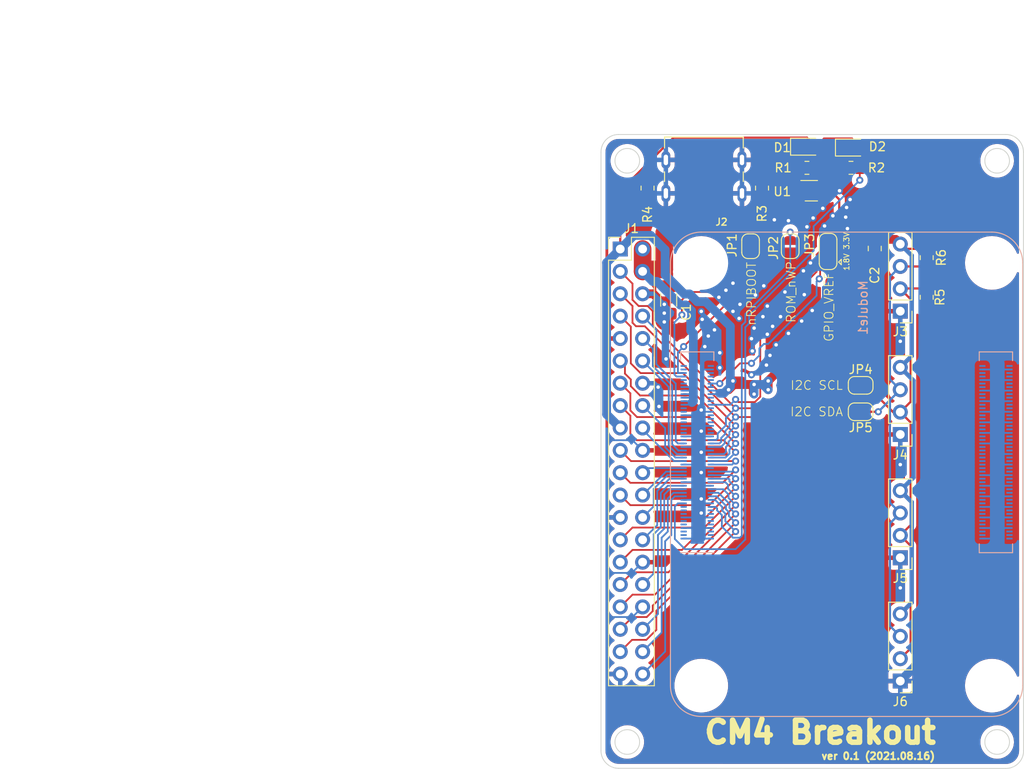
<source format=kicad_pcb>
(kicad_pcb (version 20210606) (generator pcbnew)
  (layers (0 "F.Cu" signal) (31 "B.Cu" signal) (34 "B.Paste" user) (35 "F.Paste" user) (36 "B.SilkS" user "B.Silkscreen") (37 "F.SilkS" user "F.Silkscreen") (38 "B.Mask" user) (39 "F.Mask" user) (44 "Edge.Cuts" user))
  (net 0 "")
  (net 1 "Net-(D1-Pad1)")
  (net 2 "+3V3")
  (net 3 "Net-(D2-Pad1)")
  (net 4 "+5V")
  (net 5 "PIN_03")
  (net 6 "PIN_05")
  (net 7 "GND")
  (net 8 "PIN_07")
  (net 9 "PIN_08")
  (net 10 "PIN_10")
  (net 11 "PIN_11")
  (net 12 "PIN_12")
  (net 13 "PIN_13")
  (net 14 "PIN_15")
  (net 15 "PIN_16")
  (net 16 "PIN_18")
  (net 17 "PIN_19")
  (net 18 "PIN_21")
  (net 19 "PIN_22")
  (net 20 "PIN_23")
  (net 21 "PIN_24")
  (net 22 "PIN_26")
  (net 23 "PIN_27")
  (net 24 "PIN_28")
  (net 25 "PIN_29")
  (net 26 "PIN_31")
  (net 27 "PIN_32")
  (net 28 "PIN_33")
  (net 29 "PIN_35")
  (net 30 "PIN_36")
  (net 31 "PIN_37")
  (net 32 "PIN_38")
  (net 33 "PIN_40")
  (net 34 "ROM_nWP")
  (net 35 "nRPIBOOT")
  (net 36 "GPIO_VREF")
  (net 37 "Net-(R1-Pad2)")
  (net 38 "nLED_ACT")
  (net 39 "nLED_PWR")
  (net 68 "+1V8")
  (net 146 "Net-(J2-PadB5)")
  (net 147 "Net-(J2-PadA5)")
  (net 148 "Net-(J3-Pad2)")
  (net 149 "Net-(J3-Pad3)")
  (footprint "Resistor_SMD:R_0805_2012Metric_Pad1.20x1.40mm_HandSolder" (layer "F.Cu") (at 213.9 49.3)
    (fp_text reference "R1")
    (fp_text value "1k")
  )
  (footprint "Resistor_SMD:R_0805_2012Metric_Pad1.20x1.40mm_HandSolder" (layer "F.Cu") (at 218.9 49.3)
    (fp_text reference "R2")
    (fp_text value "1k")
  )
  (footprint "Connector_PinHeader_2.54mm:PinHeader_1x04_P2.54mm_Vertical" (layer "F.Cu") (at 224.5 65.58 180)
    (fp_text reference "J3")
    (fp_text value "Conn_01x04_Female")
  )
  (footprint "Connector_PinHeader_2.54mm:PinHeader_1x04_P2.54mm_Vertical" (layer "F.Cu") (at 224.5 107.58 180)
    (fp_text reference "J6")
    (fp_text value "Conn_01x04_Female")
  )
  (footprint "Package_TO_SOT_SMD:SOT-353_SC-70-5_Handsoldering" (layer "F.Cu") (at 214.4 51.9)
    (fp_text reference "U1")
    (fp_text value "74LVC1G07")
  )
  (footprint "Capacitor_SMD:C_0805_2012Metric_Pad1.18x1.45mm_HandSolder" (layer "F.Cu") (at 221.6 58.4625 -90)
    (fp_text reference "C2")
    (fp_text value "1u")
  )
  (footprint "CMIO:CUI_UJC-HP-3-SMT-TR" (layer "F.Cu") (at 202.2 52.2 180)
    (fp_text reference "J2")
    (fp_text value "UJC-HP-3-SMT-TR")
  )
  (footprint "Jumper:SolderJumper-2_P1.3mm_Open_RoundedPad1.0x1.5mm" (layer "F.Cu") (at 220 77 180)
    (fp_text reference "JP5")
    (fp_text value "SolderJumper_2_Open")
  )
  (footprint "Connector_PinHeader_2.54mm:PinHeader_2x20_P2.54mm_Vertical" (layer "F.Cu") (at 192.7 58.52)
    (fp_text reference "J1")
    (fp_text value "RPi_pin")
  )
  (footprint "Resistor_SMD:R_0805_2012Metric_Pad1.20x1.40mm_HandSolder" (layer "F.Cu") (at 208.8 51.6 -90)
    (fp_text reference "R3")
    (fp_text value "5.1k")
  )
  (footprint "Jumper:SolderJumper-2_P1.3mm_Open_RoundedPad1.0x1.5mm" (layer "F.Cu") (at 220 74)
    (fp_text reference "JP4")
    (fp_text value "SolderJumper_2_Open")
  )
  (footprint "LED_SMD:LED_0805_2012Metric_Pad1.15x1.40mm_HandSolder" (layer "F.Cu") (at 219 47)
    (fp_text reference "D2")
    (fp_text value "GREEN LED")
  )
  (footprint "Connector_PinHeader_2.54mm:PinHeader_1x04_P2.54mm_Vertical" (layer "F.Cu") (at 224.5 79.58 180)
    (fp_text reference "J4")
    (fp_text value "Conn_01x04_Female")
  )
  (footprint "Jumper:SolderJumper-3_P1.3mm_Open_RoundedPad1.0x1.5mm" (layer "F.Cu") (at 216.3 58.8 90)
    (fp_text reference "JP3")
    (fp_text value "SolderJumper_3_Open")
  )
  (footprint "Resistor_SMD:R_0805_2012Metric_Pad1.20x1.40mm_HandSolder" (layer "F.Cu") (at 195.8 51.6 -90)
    (fp_text reference "R4")
    (fp_text value "5.1k")
  )
  (footprint "LED_SMD:LED_0805_2012Metric_Pad1.15x1.40mm_HandSolder" (layer "F.Cu") (at 213.9 46.9)
    (fp_text reference "D1")
    (fp_text value "RED LED")
  )
  (footprint "Connector_PinHeader_2.54mm:PinHeader_1x04_P2.54mm_Vertical" (layer "F.Cu") (at 224.5 93.58 180)
    (fp_text reference "J5")
    (fp_text value "Conn_01x04_Female")
  )
  (footprint "Resistor_SMD:R_0805_2012Metric_Pad1.20x1.40mm_HandSolder" (layer "F.Cu") (at 227.5 64 90)
    (fp_text reference "R5")
    (fp_text value "10k")
  )
  (footprint "Jumper:SolderJumper-2_P1.3mm_Open_RoundedPad1.0x1.5mm" (layer "F.Cu") (at 207.5 58.2 -90)
    (fp_text reference "JP1")
    (fp_text value "SolderJumper_2_Open")
  )
  (footprint "Jumper:SolderJumper-2_P1.3mm_Open_RoundedPad1.0x1.5mm" (layer "F.Cu") (at 212 58.2 -90)
    (fp_text reference "JP2")
    (fp_text value "SolderJumper_2_Open")
  )
  (footprint "Resistor_SMD:R_0805_2012Metric_Pad1.20x1.40mm_HandSolder" (layer "F.Cu") (at 227.5 59.5 -90)
    (fp_text reference "R6")
    (fp_text value "10k")
  )
  (footprint "Capacitor_SMD:C_1206_3216Metric_Pad1.33x1.80mm_HandSolder" (layer "F.Cu") (at 198.2 64.3 -90)
    (fp_text reference "C1")
    (fp_text value "10uF")
  )
  (footprint "CMIO:Raspberry-Pi-4-Compute-Module" (layer "B.Cu") (at 201.9 60.1)
    (fp_text reference "Module1")
    (fp_text value "ComputeModule4-CM4")
  )
  (gr_circle (center 235.5 48.5) (end 236.9 48.5) (layer "Edge.Cuts") (width 0.1) (fill none))
  (gr_line (start 238.485786 47.514214) (end 238.5 115.5) (layer "Edge.Cuts") (width 0.1))
  (gr_circle (center 193.5 114.5) (end 194.9 114.5) (layer "Edge.Cuts") (width 0.1) (fill none))
  (gr_circle (center 235.5 114.5) (end 236.9 114.5) (layer "Edge.Cuts") (width 0.1) (fill none))
  (gr_arc (start 192.514214 115.485786) (end 192.514214 117.485786) (angle 90) (layer "Edge.Cuts") (width 0.1))
  (gr_line (start 192.514214 45.514214) (end 236.485786 45.514214) (layer "Edge.Cuts") (width 0.1))
  (gr_line (start 236.5 117.5) (end 192.514214 117.485786) (layer "Edge.Cuts") (width 0.1))
  (gr_circle (center 193.5 48.5) (end 194.9 48.5) (layer "Edge.Cuts") (width 0.1) (fill none))
  (gr_line (start 190.514214 47.514214) (end 190.514214 115.485786) (layer "Edge.Cuts") (width 0.1))
  (gr_arc (start 236.485786 47.514214) (end 236.485786 45.514214) (angle 90) (layer "Edge.Cuts") (width 0.1))
  (gr_arc (start 236.5 115.5) (end 238.5 115.5) (angle 90) (layer "Edge.Cuts") (width 0.1))
  (gr_arc (start 192.514214 47.514214) (end 190.514214 47.514214) (angle 90) (layer "Edge.Cuts") (width 0.1))
  (gr_text "3.3V" (at 218.4 57.6 90) (layer "F.SilkS") (effects (font (size 0.6 0.6) (thickness 0.1))))
  (gr_text "ver 0.1 (2021.08.16)" (at 222 116.1) (layer "F.SilkS") (effects (font (size 0.8 0.8) (thickness 0.2))))
  (gr_text "GPIO_VREF" (at 216.4 65.1 90) (layer "F.SilkS") (effects (font (size 1 1) (thickness 0.1))))
  (gr_text "I2C SDA" (at 215 77) (layer "F.SilkS") (effects (font (size 1 1) (thickness 0.1))))
  (gr_text "I2C SCL" (at 215 74) (layer "F.SilkS") (effects (font (size 1 1) (thickness 0.1))))
  (gr_text "1.8V" (at 218.4 60 90) (layer "F.SilkS") (effects (font (size 0.6 0.6) (thickness 0.1))))
  (gr_text "CM4 Breakout" (at 215.4 113.4) (layer "F.SilkS") (effects (font (size 2.5 2.5) (thickness 0.625))))
  (gr_text "nRPIBOOT\n" (at 207.6 63.6 90) (layer "F.SilkS") (effects (font (size 1 1) (thickness 0.1))))
  (gr_text "ROM_nWP" (at 212.1 63.4 90) (layer "F.SilkS") (effects (font (size 1 1) (thickness 0.1))))
  (segment (start 212.875 46.9) (end 212.875 49.275) (width 0.25) (layer "F.Cu") (net 1))
  (segment (start 212.875 49.275) (end 212.9 49.3) (width 0.25) (layer "F.Cu") (net 1))
  (segment (start 227.5 58.5) (end 225.04 58.5) (width 0.25) (layer "F.Cu") (net 2))
  (segment (start 216.57548 45.97548) (end 219.00048 45.97548) (width 0.25) (layer "F.Cu") (net 2))
  (segment (start 192.7 51.913953) (end 192.7 58.52) (width 0.25) (layer "F.Cu") (net 2))
  (segment (start 205.600489 73.899511) (end 207.799511 73.899511) (width 1) (layer "F.Cu") (net 2))
  (segment (start 215.82452 51.15548) (end 215.73 51.25) (width 0.25) (layer "F.Cu") (net 2))
  (segment (start 205 74.5) (end 205.5 74) (width 1) (layer "F.Cu") (net 2))
  (segment (start 205.5 74) (end 205.5 73.5) (width 1) (layer "F.Cu") (net 2))
  (segment (start 225.04 58.5) (end 224.5 57.96) (width 0.25) (layer "F.Cu") (net 2))
  (segment (start 215.73 51.25) (end 215.925386 51.25) (width 0.25) (layer "F.Cu") (net 2))
  (segment (start 222 57.425) (end 221.275 57.425) (width 1) (layer "F.Cu") (net 2))
  (segment (start 205.5 73.5) (end 205.9 73.9) (width 1) (layer "F.Cu") (net 2))
  (segment (start 207.799511 73.899511) (end 207.80048 73.90048) (width 1) (layer "F.Cu") (net 2))
  (segment (start 215.84952 45.97548) (end 216.57548 45.97548) (width 0.25) (layer "F.Cu") (net 2))
  (segment (start 223.965 57.425) (end 224.5 57.96) (width 1) (layer "F.Cu") (net 2))
  (segment (start 206.5 73.5) (end 205.5 73.5) (width 1) (layer "F.Cu") (net 2))
  (segment (start 209.5 73.5) (end 209.5 74.5) (width 1) (layer "F.Cu") (net 2))
  (segment (start 227.5 65) (end 228.52452 63.97548) (width 0.25) (layer "F.Cu") (net 2))
  (segment (start 215.925386 51.25) (end 217.569133 52.893747) (width 0.25) (layer "F.Cu") (net 2))
  (segment (start 222 57.425) (end 223.965 57.425) (width 1) (layer "F.Cu") (net 2))
  (segment (start 205 74.5) (end 205.600489 73.899511) (width 1) (layer "F.Cu") (net 2))
  (segment (start 219.00048 45.97548) (end 220.025 47) (width 0.25) (layer "F.Cu") (net 2))
  (segment (start 205.9 73.9) (end 207.80048 73.9) (width 1) (layer "F.Cu") (net 2))
  (segment (start 214.925 46.9) (end 213.90048 45.87548) (width 0.25) (layer "F.Cu") (net 2))
  (segment (start 216.5 62.2) (end 216.5 66.5) (width 1) (layer "F.Cu") (net 2))
  (segment (start 228.52452 63.97548) (end 228.52452 59.52452) (width 0.25) (layer "F.Cu") (net 2))
  (segment (start 221.275 57.425) (end 216.5 62.2) (width 1) (layer "F.Cu") (net 2))
  (segment (start 217.569133 52.893747) (end 217.569133 56.230867) (width 0.25) (layer "F.Cu") (net 2))
  (segment (start 213.90048 45.87548) (end 198.738473 45.87548) (width 0.25) (layer "F.Cu") (net 2))
  (segment (start 214.925 46.9) (end 215.82452 47.79952) (width 0.25) (layer "F.Cu") (net 2))
  (segment (start 216.5 66.5) (end 209.5 73.5) (width 1) (layer "F.Cu") (net 2))
  (segment (start 214.925 46.9) (end 215.84952 45.97548) (width 0.25) (layer "F.Cu") (net 2))
  (segment (start 215.82452 47.79952) (end 215.82452 51.15548) (width 0.25) (layer "F.Cu") (net 2))
  (segment (start 198.738473 45.87548) (end 192.7 51.913953) (width 0.25) (layer "F.Cu") (net 2))
  (segment (start 228.52452 59.52452) (end 227.5 58.5) (width 0.25) (layer "F.Cu") (net 2))
  (segment (start 217.569133 56.230867) (end 216.3 57.5) (width 0.25) (layer "F.Cu") (net 2))
  (segment (start 207.80048 73.90048) (end 207.80048 74.9) (width 1) (layer "F.Cu") (net 2))
  (via (at 209.5 74.5) (size 0.8) (drill 0.4) (layers "F.Cu" "B.Cu") (net 2))
  (via (at 207.9 73.9) (size 0.8) (drill 0.4) (layers "F.Cu" "B.Cu") (net 2))
  (via (at 205.5 73.5) (size 0.8) (drill 0.4) (layers "F.Cu" "B.Cu") (net 2))
  (via (at 209.5 73.5) (size 0.8) (drill 0.4) (layers "F.Cu" "B.Cu") (net 2))
  (via (at 207.9 75) (size 0.8) (drill 0.4) (layers "F.Cu" "B.Cu") (net 2))
  (via (at 205 74.5) (size 0.8) (drill 0.4) (layers "F.Cu" "B.Cu") (net 2))
  (segment (start 226 73.46) (end 226 84.46) (width 0.5) (layer "B.Cu") (net 2))
  (segment (start 196.154177 56.970489) (end 197.8 58.616312) (width 1) (layer "B.Cu") (net 2))
  (segment (start 204.000489 74.6) (end 204.3 74.899511) (width 0.2) (layer "B.Cu") (net 2))
  (segment (start 225.799511 87.259511) (end 225.799511 98.660489) (width 0.5) (layer "B.Cu") (net 2))
  (segment (start 192.7 58.52) (end 194.249511 56.970489) (width 1) (layer "B.Cu") (net 2))
  (segment (start 197.8 61.455785) (end 199.972108 63.627893) (width 1) (layer "B.Cu") (net 2))
  (segment (start 199.972108 63.627893) (end 200.578723 63.627893) (width 1) (layer "B.Cu") (net 2))
  (segment (start 225.799511 98.660489) (end 224.5 99.96) (width 0.5) (layer "B.Cu") (net 2))
  (segment (start 207.9 73.9) (end 208.9 73.9) (width 1) (layer "B.Cu") (net 2))
  (segment (start 204.455433 74.899511) (end 204.000489 74.899511) (width 1) (layer "B.Cu") (net 2))
  (segment (start 192.7 58.52) (end 191.150489 60.069511) (width 1) (layer "B.Cu") (net 2))
  (segment (start 225.799511 70.660489) (end 224.5 71.96) (width 0.5) (layer "B.Cu") (net 2))
  (segment (start 191.150489 60.069511) (end 191.150489 77.290489) (width 1) (layer "B.Cu") (net 2))
  (segment (start 204.199511 75) (end 204.3 74.899511) (width 0.2) (layer "B.Cu") (net 2))
  (segment (start 200.578723 63.627893) (end 201.451319 64.500489) (width 1) (layer "B.Cu") (net 2))
  (segment (start 201.451319 64.500489) (end 202.400489 64.500489) (width 1) (layer "B.Cu") (net 2))
  (segment (start 191.150489 77.290489) (end 192.7 78.84) (width 1) (layer "B.Cu") (net 2))
  (segment (start 208.9 73.9) (end 209.5 74.5) (width 1) (layer "B.Cu") (net 2))
  (segment (start 224.5 85.96) (end 225.799511 87.259511) (width 0.5) (layer "B.Cu") (net 2))
  (segment (start 224.5 71.96) (end 226 73.46) (width 0.5) (layer "B.Cu") (net 2))
  (segment (start 207.9 75) (end 207.9 73.9) (width 1) (layer "B.Cu") (net 2))
  (segment (start 197.8 58.616312) (end 197.8 61.455785) (width 1) (layer "B.Cu") (net 2))
  (segment (start 225.799511 59.259511) (end 225.799511 70.660489) (width 0.5) (layer "B.Cu") (net 2))
  (segment (start 202.98 75) (end 204.199511 75) (width 0.2) (layer "B.Cu") (net 2))
  (segment (start 202.98 74.6) (end 204.000489 74.6) (width 0.2) (layer "B.Cu") (net 2))
  (segment (start 209.5 73.5) (end 209 74) (width 1) (layer "B.Cu") (net 2))
  (segment (start 205.199511 74.155433) (end 204.455433 74.899511) (width 1) (layer "B.Cu") (net 2))
  (segment (start 205.199511 67.299511) (end 205.199511 74.155433) (width 1) (layer "B.Cu") (net 2))
  (segment (start 224.5 57.96) (end 225.799511 59.259511) (width 0.5) (layer "B.Cu") (net 2))
  (segment (start 202.400489 64.500489) (end 205.199511 67.299511) (width 1) (layer "B.Cu") (net 2))
  (segment (start 226 84.46) (end 224.5 85.96) (width 0.5) (layer "B.Cu") (net 2))
  (segment (start 194.249511 56.970489) (end 196.154177 56.970489) (width 1) (layer "B.Cu") (net 2))
  (segment (start 217.975 49.225) (end 217.9 49.3) (width 0.25) (layer "F.Cu") (net 3))
  (segment (start 217.975 47) (end 217.975 49.225) (width 0.25) (layer "F.Cu") (net 3))
  (segment (start 200.68 53.72) (end 200.420489 53.979511) (width 0.5) (layer "F.Cu") (net 4))
  (segment (start 195.4625 60.8375) (end 195.24 61.06) (width 2) (layer "F.Cu") (net 4))
  (segment (start 198.2 62.7375) (end 198.2 61.3375) (width 1) (layer "F.Cu") (net 4))
  (segment (start 195.24 58.52) (end 195.24 61.06) (width 2) (layer "F.Cu") (net 4))
  (segment (start 203.72 52.205) (end 203.72 53.959511) (width 0.5) (layer "F.Cu") (net 4))
  (segment (start 200.68 52.205) (end 200.68 53.72) (width 0.5) (layer "F.Cu") (net 4))
  (segment (start 200.420489 53.979511) (end 203.7 53.979511) (width 2) (layer "F.Cu") (net 4))
  (segment (start 197.7 60.8375) (end 197.7 56.7) (width 2) (layer "F.Cu") (net 4))
  (segment (start 203.72 53.959511) (end 203.7 53.979511) (width 0.5) (layer "F.Cu") (net 4))
  (segment (start 197.7 60.8375) (end 195.4625 60.8375) (width 2) (layer "F.Cu") (net 4))
  (segment (start 198.2 61.3375) (end 197.7 60.8375) (width 1) (layer "F.Cu") (net 4))
  (segment (start 197.7 56.7) (end 200.420489 53.979511) (width 2) (layer "F.Cu") (net 4))
  (segment (start 200.799011 66.455425) (end 200.799011 65.544559) (width 1) (layer "B.Cu") (net 4))
  (segment (start 199.9 74.2) (end 200.8 74.2) (width 0.2) (layer "B.Cu") (net 4))
  (segment (start 200.7 75.4) (end 200.8 75.3) (width 0.2) (layer "B.Cu") (net 4))
  (segment (start 200.705867 66.548569) (end 200.799011 66.455425) (width 1) (layer "B.Cu") (net 4))
  (segment (start 199.9 76.2) (end 200.7 76.2) (width 0.2) (layer "B.Cu") (net 4))
  (segment (start 196.847837 62.2) (end 196.38 62.2) (width 1) (layer "B.Cu") (net 4))
  (segment (start 199.9 75) (end 200.7 75) (width 0.2) (layer "B.Cu") (net 4))
  (segment (start 196.38 62.2) (end 195.24 61.06) (width 1) (layer "B.Cu") (net 4))
  (segment (start 199.9 74.6) (end 200.7 74.6) (width 0.2) (layer "B.Cu") (net 4))
  (segment (start 200.7 75.8) (end 200.8 75.7) (width 0.2) (layer "B.Cu") (net 4))
  (segment (start 200.999511 68.099511) (end 200.705867 67.805867) (width 1) (layer "B.Cu") (net 4))
  (segment (start 200.799011 65.544559) (end 200.130534 64.876082) (width 1) (layer "B.Cu") (net 4))
  (segment (start 200.130534 64.876082) (end 199.523919 64.876082) (width 1) (layer "B.Cu") (net 4))
  (segment (start 199.9 75.4) (end 200.7 75.4) (width 0.2) (layer "B.Cu") (net 4))
  (segment (start 200.999511 75.804109) (end 200.999511 68.099511) (width 1) (layer "B.Cu") (net 4))
  (segment (start 200.85181 75.95181) (end 200.999511 75.804109) (width 1) (layer "B.Cu") (net 4))
  (segment (start 200.7 75) (end 200.8 75.1) (width 0.2) (layer "B.Cu") (net 4))
  (segment (start 200.7 74.6) (end 200.8 74.5) (width 0.2) (layer "B.Cu") (net 4))
  (segment (start 196.847837 62.2) (end 199.523919 64.876082) (width 1) (layer "B.Cu") (net 4))
  (segment (start 199.9 75.8) (end 200.7 75.8) (width 0.2) (layer "B.Cu") (net 4))
  (segment (start 200.7 76.2) (end 200.8 76.3) (width 0.2) (layer "B.Cu") (net 4))
  (segment (start 200.705867 67.805867) (end 200.705867 66.548569) (width 1) (layer "B.Cu") (net 4))
  (segment (start 194.090489 62.450489) (end 194.090489 64.290489) (width 0.2) (layer "F.Cu") (net 5))
  (segment (start 195.809511 64.990489) (end 196.389511 65.570489) (width 0.2) (layer "F.Cu") (net 5))
  (segment (start 205.8 76.6) (end 216.75 76.6) (width 0.2) (layer "F.Cu") (net 5))
  (segment (start 194.090489 64.290489) (end 194.790489 64.990489) (width 0.2) (layer "F.Cu") (net 5))
  (segment (start 194.790489 64.990489) (end 195.809511 64.990489) (width 0.2) (layer "F.Cu") (net 5))
  (segment (start 192.7 61.06) (end 194.090489 62.450489) (width 0.2) (layer "F.Cu") (net 5))
  (segment (start 205.779022 76.6) (end 205.8 76.6) (width 0.2) (layer "F.Cu") (net 5))
  (segment (start 196.389511 67.210489) (end 205.779022 76.6) (width 0.2) (layer "F.Cu") (net 5))
  (segment (start 216.75 76.6) (end 219.35 74) (width 0.2) (layer "F.Cu") (net 5))
  (segment (start 196.389511 65.570489) (end 196.389511 67.210489) (width 0.2) (layer "F.Cu") (net 5))
  (via (at 205.8 76.6) (size 0.8) (drill 0.4) (layers "F.Cu" "B.Cu") (net 5))
  (segment (start 203.768457 80.031543) (end 203.768457 79.466537) (width 0.2) (layer "B.Cu") (net 5))
  (segment (start 205.8 76.6) (end 204.700969 77.699031) (width 0.2) (layer "B.Cu") (net 5))
  (segment (start 203.768457 79.466537) (end 204.700969 78.534025) (width 0.2) (layer "B.Cu") (net 5))
  (segment (start 202.98 80.2) (end 203.6 80.2) (width 0.2) (layer "B.Cu") (net 5))
  (segment (start 203.6 80.2) (end 203.768457 80.031543) (width 0.2) (layer "B.Cu") (net 5))
  (segment (start 204.700969 77.699031) (end 204.700969 78.534025) (width 0.2) (layer "B.Cu") (net 5))
  (segment (start 195.489511 67.289511) (end 205.8 77.6) (width 0.2) (layer "F.Cu") (net 6))
  (segment (start 194.489511 67.289511) (end 195.489511 67.289511) (width 0.2) (layer "F.Cu") (net 6))
  (segment (start 218.75 77.6) (end 219.35 77) (width 0.2) (layer "F.Cu") (net 6))
  (segment (start 192.7 63.6) (end 194.090489 64.990489) (width 0.2) (layer "F.Cu") (net 6))
  (segment (start 205.8 77.6) (end 218.75 77.6) (width 0.2) (layer "F.Cu") (net 6))
  (segment (start 194.090489 64.990489) (end 194.090489 66.890489) (width 0.2) (layer "F.Cu") (net 6))
  (segment (start 194.090489 66.890489) (end 194.489511 67.289511) (width 0.2) (layer "F.Cu") (net 6))
  (via (at 205.8 77.6) (size 0.8) (drill 0.4) (layers "F.Cu" "B.Cu") (net 6))
  (segment (start 204.167977 79.967017) (end 204.634994 79.5) (width 0.2) (layer "B.Cu") (net 6))
  (segment (start 202.98 80.6) (end 203.969988 80.6) (width 0.2) (layer "B.Cu") (net 6))
  (segment (start 205.100489 78.299511) (end 205.100489 78.7) (width 0.2) (layer "B.Cu") (net 6))
  (segment (start 203.969988 80.6) (end 204.167977 80.402011) (width 0.2) (layer "B.Cu") (net 6))
  (segment (start 204.634994 79.5) (end 204.634994 79.165006) (width 0.2) (layer "B.Cu") (net 6))
  (segment (start 205.8 77.6) (end 205.100489 78.299511) (width 0.2) (layer "B.Cu") (net 6))
  (segment (start 204.167977 80.402011) (end 204.167977 79.967017) (width 0.2) (layer "B.Cu") (net 6))
  (segment (start 204.634994 79.165006) (end 205.100489 78.699511) (width 0.2) (layer "B.Cu") (net 6))
  (segment (start 197.7 64.857919) (end 197.7 65.8) (width 1) (layer "F.Cu") (net 7))
  (segment (start 197.7 64.8) (end 197.7 66.8) (width 1) (layer "F.Cu") (net 7))
  (segment (start 196.442081 63.6) (end 197.7 64.857919) (width 1) (layer "F.Cu") (net 7))
  (segment (start 197.7 66.68318) (end 197.75841 66.74159) (width 2) (layer "F.Cu") (net 7))
  (segment (start 195.24 63.6) (end 196.442081 63.6) (width 1) (layer "F.Cu") (net 7))
  (via (at 197.9 71) (size 0.8) (drill 0.4) (layers "F.Cu" "B.Cu") (net 7))
  (via (at 202.7 68.4) (size 0.8) (drill 0.4) (layers "F.Cu" "B.Cu") (net 7))
  (via (at 201.9 83.9) (size 0.8) (drill 0.4) (layers "F.Cu" "B.Cu") (net 7))
  (via (at 210.9 66.2) (size 0.8) (drill 0.4) (layers "F.Cu" "B.Cu") (net 7))
  (via (at 215.9 55.9) (size 0.8) (drill 0.4) (layers "F.Cu" "B.Cu") (net 7))
  (via (at 210 67.3) (size 0.8) (drill 0.4) (layers "F.Cu" "B.Cu") (net 7))
  (via (at 215.7 53.9) (size 0.8) (drill 0.4) (layers "F.Cu" "B.Cu") (net 7))
  (via (at 218.5 56.2) (size 0.8) (drill 0.4) (layers "F.Cu" "B.Cu") (net 7))
  (via (at 216.844622 54.744622) (size 0.8) (drill 0.4) (layers "F.Cu" "B.Cu") (net 7))
  (via (at 207.6 68.7) (size 0.8) (drill 0.4) (layers "F.Cu" "B.Cu") (net 7))
  (via (at 202.3 69.6) (size 0.8) (drill 0.4) (layers "F.Cu" "B.Cu") (net 7))
  (via (at 214.6 55) (size 0.8) (drill 0.4) (layers "F.Cu" "B.Cu") (net 7))
  (via (at 211.4 63.4) (size 0.8) (drill 0.4) (layers "F.Cu" "B.Cu") (net 7))
  (via (at 224.5 83) (size 0.8) (drill 0.4) (layers "F.Cu" "B.Cu") (net 7))
  (via (at 205.5 65.6) (size 0.8) (drill 0.4) (layers "F.Cu" "B.Cu") (net 7))
  (via (at 213.9 56) (size 0.8) (drill 0.4) (layers "F.Cu" "B.Cu") (net 7))
  (via (at 201.9 79.2) (size 0.8) (drill 0.4) (layers "F.Cu" "B.Cu") (net 7))
  (via (at 209.4 65) (size 0.8) (drill 0.4) (layers "F.Cu" "B.Cu") (net 7))
  (via (at 197.7 66.8) (size 0.8) (drill 0.4) (layers "F.Cu" "B.Cu") (net 7))
  (via (at 197.1 76.4) (size 0.8) (drill 0.4) (layers "F.Cu" "B.Cu") (net 7))
  (via (at 207.6 72.8) (size 0.8) (drill 0.4) (layers "F.Cu" "B.Cu") (net 7))
  (via (at 205.5 62.4) (size 0.8) (drill 0.4) (layers "F.Cu" "B.Cu") (net 7))
  (via (at 211.8 55.3) (size 0.8) (drill 0.4) (layers "F.Cu" "B.Cu") (net 7))
  (via (at 217.6 51.9) (size 0.8) (drill 0.4) (layers "F.Cu" "B.Cu") (net 7))
  (via (at 204 70.3) (size 0.8) (drill 0.4) (layers "F.Cu" "B.Cu") (net 7))
  (via (at 209.4 68.2) (size 0.8) (drill 0.4) (layers "F.Cu" "B.Cu") (net 7))
  (via (at 197 74.2) (size 0.8) (drill 0.4) (layers "F.Cu" "B.Cu") (net 7))
  (via (at 201.9 81.6) (size 0.8) (drill 0.4) (layers "F.Cu" "B.Cu") (net 7))
  (via (at 214.5 65.5) (size 0.8) (drill 0.4) (layers "F.Cu" "B.Cu") (net 7))
  (via (at 218.4 53.8) (size 0.8) (drill 0.4) (layers "F.Cu" "B.Cu") (net 7))
  (via (at 201.9 86.9) (size 0.8) (drill 0.4) (layers "F.Cu" "B.Cu") (net 7))
  (via (at 206.3 64.8) (size 0.8) (drill 0.4) (layers "F.Cu" "B.Cu") (net 7))
  (via (at 201.9 88.5) (size 0.8) (drill 0.4) (layers "F.Cu" "B.Cu") (net 7))
  (via (at 213.5 61) (size 0.8) (drill 0.4) (layers "F.Cu" "B.Cu") (net 7))
  (via (at 214.3 60.1) (size 0.8) (drill 0.4) (layers "F.Cu" "B.Cu") (net 7))
  (via (at 210.4 69.4) (size 0.8) (drill 0.4) (layers "F.Cu" "B.Cu") (net 7))
  (via (at 213.3 66.7) (size 0.8) (drill 0.4) (layers "F.Cu" "B.Cu") (net 7))
  (via (at 204.7 63.2) (size 0.8) (drill 0.4) (layers "F.Cu" "B.Cu") (net 7))
  (via (at 218.8 52.9) (size 0.8) (drill 0.4) (layers "F.Cu" "B.Cu") (net 7))
  (via (at 203.4 67.7) (size 0.8) (drill 0.4) (layers "F.Cu" "B.Cu") (net 7))
  (via (at 213.6 63.7) (size 0.8) (drill 0.4) (layers "F.Cu" "B.Cu") (net 7))
  (via (at 197.7 64.8) (size 0.8) (drill 0.4) (layers "F.Cu" "B.Cu") (net 7))
  (via (at 209 62.7) (size 0.8) (drill 0.4) (layers "F.Cu" "B.Cu") (net 7))
  (via (at 211.8 68.1) (size 0.8) (drill 0.4) (layers "F.Cu" "B.Cu") (net 7))
  (via (at 197.7 65.8) (size 0.8) (drill 0.4) (layers "F.Cu" "B.Cu") (net 7))
  (via (at 208.055378 63.755378) (size 0.8) (drill 0.4) (layers "F.Cu" "B.Cu") (net 7))
  (via (at 218.3 54.9) (size 0.8) (drill 0.4) (layers "F.Cu" "B.Cu") (net 7))
  (via (at 224.5 69) (size 0.8) (drill 0.4) (layers "F.Cu" "B.Cu") (net 7))
  (via (at 208.9 66.2) (size 0.8) (drill 0.4) (layers "F.Cu" "B.Cu") (net 7))
  (via (at 206.2 66.4) (size 0.8) (drill 0.4) (layers "F.Cu" "B.Cu") (net 7))
  (via (at 202.005378 66.505378) (size 0.8) (drill 0.4) (layers "F.Cu" "B.Cu") (net 7))
  (via (at 204 72) (size 0.8) (drill 0.4) (layers "F.Cu" "B.Cu") (net 7))
  (via (at 207.7 70.1) (size 0.8) (drill 0.4) (layers "F.Cu" "B.Cu") (net 7))
  (via (at 210.2 55.2) (size 0.8) (drill 0.4) (layers "F.Cu" "B.Cu") (net 7))
  (via (at 207.9 67.5) (size 0.8) (drill 0.4) (layers "F.Cu" "B.Cu") (net 7))
  (via (at 209.3 71.7) (size 0.8) (drill 0.4) (layers "F.Cu" "B.Cu") (net 7))
  (via (at 224.5 97) (size 0.8) (drill 0.4) (layers "F.Cu" "B.Cu") (net 7))
  (via (at 201.9 65.6) (size 0.8) (drill 0.4) (layers "F.Cu" "B.Cu") (net 7))
  (via (at 203.9 64) (size 0.8) (drill 0.4) (layers "F.Cu" "B.Cu") (net 7))
  (via (at 209.7 70.6) (size 0.8) (drill 0.4) (layers "F.Cu" "B.Cu") (net 7))
  (via (at 201.9 76.8) (size 0.8) (drill 0.4) (layers "F.Cu" "B.Cu") (net 7))
  (segment (start 195.24 94.08) (end 194.02 95.3) (width 0.2) (layer "B.Cu") (net 7))
  (segment (start 236.9 79.4) (end 236.100978 79.4) (width 0.2) (layer "B.Cu") (net 7))
  (segment (start 235.8 87.8) (end 235.850489 87.850489) (width 0.2) (layer "B.Cu") (net 7))
  (segment (start 235.850489 75.850489) (end 235.850489 74.649511) (width 1) (layer "B.Cu") (net 7))
  (segment (start 236.100978 85.4) (end 235.850489 85.149511) (width 0.2) (layer "B.Cu") (net 7))
  (segment (start 202.98 78.6) (end 201.9 78.6) (width 0.2) (layer "B.Cu") (net 7))
  (segment (start 201.9 86.7) (end 201.9 90.4) (width 1) (layer "B.Cu") (net 7))
  (segment (start 235.6 91.4) (end 235.850489 91.149511) (width 0.2) (layer "B.Cu") (net 7))
  (segment (start 235.850489 78.149511) (end 235.850489 76.850489) (width 1) (layer "B.Cu") (net 7))
  (segment (start 235.9 80.6) (end 235.850489 80.649511) (width 0.2) (layer "B.Cu") (net 7))
  (segment (start 235.850489 82.850489) (end 235.850489 81.649511) (width 1) (layer "B.Cu") (net 7))
  (segment (start 236.9 77) (end 236.250978 77) (width 0.2) (layer "B.Cu") (net 7))
  (segment (start 233.82 78.2) (end 235.8 78.2) (width 0.2) (layer "B.Cu") (net 7))
  (segment (start 236.250978 77) (end 236.101467 76.850489) (width 0.2) (layer "B.Cu") (net 7))
  (segment (start 201.9 79.5) (end 201.9 80.7) (width 1) (layer "B.Cu") (net 7))
  (segment (start 202.98 81.4) (end 201.7 81.4) (width 0.2) (layer "B.Cu") (net 7))
  (segment (start 202.98 90.2) (end 202.1 90.2) (width 0.2) (layer "B.Cu") (net 7))
  (segment (start 236.101467 76.850489) (end 235.850489 76.850489) (width 0.2) (layer "B.Cu") (net 7))
  (segment (start 201.9 85.2) (end 201.9 86.7) (width 1) (layer "B.Cu") (net 7))
  (segment (start 202 76.7) (end 201.9 76.8) (width 0.5) (layer "B.Cu") (net 7))
  (segment (start 235.7 90.2) (end 235.850489 90.350489) (width 0.2) (layer "B.Cu") (net 7))
  (segment (start 202 69.9) (end 202 76.7) (width 0.5) (layer "B.Cu") (net 7))
  (segment (start 235.850489 85.149511) (end 235.850489 84.149511) (width 1) (layer "B.Cu") (net 7))
  (segment (start 235.8 75.8) (end 235.850489 75.850489) (width 0.2) (layer "B.Cu") (net 7))
  (segment (start 199.9 79.8) (end 201.6 79.8) (width 0.2) (layer "B.Cu") (net 7))
  (segment (start 233.82 80.6) (end 235.800978 80.6) (width 0.2) (layer "B.Cu") (net 7))
  (segment (start 235.850489 90.350489) (end 235.850489 88.850489) (width 1) (layer "B.Cu") (net 7))
  (segment (start 235.850489 76.850489) (end 235.850489 75.850489) (width 1) (layer "B.Cu") (net 7))
  (segment (start 195.24 99.16) (end 194.090489 100.309511) (width 0.2) (layer "B.Cu") (net 7))
  (segment (start 202.1 90.2) (end 201.9 90.4) (width 0.2) (layer "B.Cu") (net 7))
  (segment (start 236.9 84.2) (end 235.900978 84.2) (width 0.2) (layer "B.Cu") (net 7))
  (segment (start 235.850489 86.350489) (end 235.850489 85.149511) (width 1) (layer "B.Cu") (net 7))
  (segment (start 233.82 89) (end 235.700978 89) (width 0.2) (layer "B.Cu") (net 7))
  (segment (start 233.82 86.6) (end 235.600978 86.6) (width 0.2) (layer "B.Cu") (net 7))
  (segment (start 194.02 95.3) (end 191.4 95.3) (width 0.2) (layer "B.Cu") (net 7))
  (segment (start 235.600978 86.6) (end 235.850489 86.350489) (width 0.2) (layer "B.Cu") (net 7))
  (segment (start 233.82 84.2) (end 235.8 84.2) (width 0.2) (layer "B.Cu") (net 7))
  (segment (start 233.82 74.6) (end 235.800978 74.6) (width 0.2) (layer "B.Cu") (net 7))
  (segment (start 202.330978 79.8) (end 202.98 79.8) (width 0.2) (layer "B.Cu") (net 7))
  (segment (start 201.9 77.5) (end 201.9 78.6) (width 1) (layer "B.Cu") (net 7))
  (segment (start 235.800978 73.4) (end 235.850489 73.350489) (width 0.2) (layer "B.Cu") (net 7))
  (segment (start 236.9 73.4) (end 235.9 73.4) (width 0.2) (layer "B.Cu") (net 7))
  (segment (start 235.850489 88.850489) (end 235.850489 87.850489) (width 1) (layer "B.Cu") (net 7))
  (segment (start 235.850489 91.149511) (end 235.850489 90.350489) (width 1) (layer "B.Cu") (net 7))
  (segment (start 202.98 72.2) (end 202 72.2) (width 0.2) (layer "B.Cu") (net 7))
  (segment (start 233.82 72.2) (end 235.8 72.2) (width 0.2) (layer "B.Cu") (net 7))
  (segment (start 235.800978 80.6) (end 235.850489 80.649511) (width 0.2) (layer "B.Cu") (net 7))
  (segment (start 236.101467 82.850489) (end 235.850489 82.850489) (width 0.2) (layer "B.Cu") (net 7))
  (segment (start 233.82 91.4) (end 235.6 91.4) (width 0.2) (layer "B.Cu") (net 7))
  (segment (start 236.000978 81.8) (end 235.850489 81.649511) (width 0.2) (layer "B.Cu") (net 7))
  (segment (start 199.9 85) (end 201.7 85) (width 0.2) (layer "B.Cu") (net 7))
  (segment (start 236.100978 79.4) (end 235.850489 79.149511) (width 0.2) (layer "B.Cu") (net 7))
  (segment (start 191.430489 80.230489) (end 191.369511 80.230489) (width 0.2) (layer "B.Cu") (net 7))
  (segment (start 233.82 90.2) (end 235.7 90.2) (width 0.2) (layer "B.Cu") (net 7))
  (segment (start 199.9 83) (end 201.7 83) (width 0.2) (layer "B.Cu") (net 7))
  (segment (start 233.82 87.8) (end 235.8 87.8) (width 0.2) (layer "B.Cu") (net 7))
  (segment (start 235.900978 78.2) (end 235.850489 78.149511) (width 0.2) (layer "B.Cu") (net 7))
  (segment (start 235.900978 75.8) (end 235.850489 75.850489) (width 0.2) (layer "B.Cu") (net 7))
  (segment (start 235.6 85.4) (end 235.850489 85.149511) (width 0.2) (layer "B.Cu") (net 7))
  (segment (start 236.9 74.6) (end 235.9 74.6) (width 0.2) (layer "B.Cu") (net 7))
  (segment (start 236.101467 88.850489) (end 235.850489 88.850489) (width 0.2) (layer "B.Cu") (net 7))
  (segment (start 202.98 77) (end 202.3 77) (width 0.2) (layer "B.Cu") (net 7))
  (segment (start 235.850489 72.149511) (end 235.850489 71.5) (width 1) (layer "B.Cu") (net 7))
  (segment (start 202.3 69.6) (end 202 69.9) (width 0.5) (layer "B.Cu") (net 7))
  (segment (start 201.9 78.6) (end 201.9 79.5) (width 1) (layer "B.Cu") (net 7))
  (segment (start 194.090489 80.230489) (end 191.430489 80.230489) (width 0.2) (layer "B.Cu") (net 7))
  (segment (start 202.98 85.4) (end 201.6 85.4) (width 0.2) (layer "B.Cu") (net 7))
  (segment (start 201.8 77.4) (end 201.9 77.5) (width 0.2) (layer "B.Cu") (net 7))
  (segment (start 199.9 87) (end 201.6 87) (width 0.2) (layer "B.Cu") (net 7))
  (segment (start 235.850489 74.649511) (end 235.850489 73.350489) (width 1) (layer "B.Cu") (net 7))
  (segment (start 235.700978 89) (end 235.850489 88.850489) (width 0.2) (layer "B.Cu") (net 7))
  (segment (start 235.800978 74.6) (end 235.850489 74.649511) (width 0.2) (layer "B.Cu") (net 7))
  (segment (start 201.9 80.7) (end 201.9 83.2) (width 1) (layer "B.Cu") (net 7))
  (segment (start 236.9 72.2) (end 235.900978 72.2) (width 0.2) (layer "B.Cu") (net 7))
  (segment (start 201.6 81) (end 201.9 80.7) (width 0.2) (layer "B.Cu") (net 7))
  (segment (start 224.5 107.58) (end 235.850489 96.229511) (width 1) (layer "B.Cu") (net 7))
  (segment (start 201.7 85) (end 201.9 85.2) (width 0.2) (layer "B.Cu") (net 7))
  (segment (start 235.9 73.4) (end 235.850489 73.350489) (width 0.2) (layer "B.Cu") (net 7))
  (segment (start 235.850489 73.350489) (end 235.850489 72.149511) (width 1) (layer "B.Cu") (net 7))
  (segment (start 199.9 77.4) (end 201.8 77.4) (width 0.2) (layer "B.Cu") (net 7))
  (segment (start 233.82 73.4) (end 235.800978 73.4) (width 0.2) (layer "B.Cu") (net 7))
  (segment (start 201.9 76.6) (end 201.9 77.5) (width 1) (layer "B.Cu") (net 7))
  (segment (start 199.9 78.6) (end 202.98 78.6) (width 0.2) (layer "B.Cu") (net 7))
  (segment (start 201.7 83) (end 201.9 83.2) (width 0.2) (layer "B.Cu") (net 7))
  (segment (start 199.9 89) (end 202.98 89) (width 0.2) (layer "B.Cu") (net 7))
  (segment (start 235.850489 87.850489) (end 235.850489 86.350489) (width 1) (layer "B.Cu") (net 7))
  (segment (start 195.24 81.38) (end 194.090489 80.230489) (width 0.2) (layer "B.Cu") (net 7))
  (segment (start 235.850489 96.229511) (end 235.850489 91.149511) (width 1) (layer "B.Cu") (net 7))
  (segment (start 235.700978 77) (end 235.850489 76.850489) (width 0.2) (layer "B.Cu") (net 7))
  (segment (start 236.9 75.8) (end 235.900978 75.8) (width 0.2) (layer "B.Cu") (net 7))
  (segment (start 233.82 77) (end 235.700978 77) (width 0.2) (layer "B.Cu") (net 7))
  (segment (start 201.4 91.4) (end 201.2 91.4) (width 0.2) (layer "B.Cu") (net 7))
  (segment (start 236.9 90.2) (end 236.000978 90.2) (width 0.2) (layer "B.Cu") (net 7))
  (segment (start 202 72.2) (end 201.9 72.1) (width 0.2) (layer "B.Cu") (net 7))
  (segment (start 236.9 85.4) (end 236.100978 85.4) (width 0.2) (layer "B.Cu") (net 7))
  (segment (start 236.9 87.8) (end 235.900978 87.8) (width 0.2) (layer "B.Cu") (net 7))
  (segment (start 235.850489 81.649511) (end 235.850489 80.649511) (width 1) (layer "B.Cu") (net 7))
  (segment (start 201.7 90.2) (end 201.9 90.4) (width 0.2) (layer "B.Cu") (net 7))
  (segment (start 233.82 75.8) (end 235.8 75.8) (width 0.2) (layer "B.Cu") (net 7))
  (segment (start 233.82 85.4) (end 235.6 85.4) (width 0.2) (layer "B.Cu") (net 7))
  (segment (start 236.9 83) (end 236.250978 83) (width 0.2) (layer "B.Cu") (net 7))
  (segment (start 202.98 87.4) (end 201.5 87.4) (width 0.2) (layer "B.Cu") (net 7))
  (segment (start 194.090489 100.309511) (end 191.509511 100.309511) (width 0.2) (layer "B.Cu") (net 7))
  (segment (start 236.1 86.6) (end 235.850489 86.350489) (width 0.2) (layer "B.Cu") (net 7))
  (segment (start 202.98 83.4) (end 201.6 83.4) (width 0.2) (layer "B.Cu") (net 7))
  (segment (start 236.9 78.2) (end 235.900978 78.2) (width 0.2) (layer "B.Cu") (net 7))
  (segment (start 235.8 78.2) (end 235.850489 78.149511) (width 0.2) (layer "B.Cu") (net 7))
  (segment (start 236.9 80.6) (end 235.9 80.6) (width 0.2) (layer "B.Cu") (net 7))
  (segment (start 199.9 81) (end 201.6 81) (width 0.2) (layer "B.Cu") (net 7))
  (segment (start 199.9 90.2) (end 201.7 90.2) (width 0.2) (layer "B.Cu") (net 7))
  (segment (start 202.3 77) (end 201.9 76.6) (width 0.2) (layer "B.Cu") (net 7))
  (segment (start 202.98 91.4) (end 201.4 91.4) (width 0.2) (layer "B.Cu") (net 7))
  (segment (start 235.900978 84.2) (end 235.850489 84.149511) (width 0.2) (layer "B.Cu") (net 7))
  (segment (start 201.6 87) (end 201.9 86.7) (width 0.2) (layer "B.Cu") (net 7))
  (segment (start 235.8 72.2) (end 235.850489 72.149511) (width 0.2) (layer "B.Cu") (net 7))
  (segment (start 235.850489 79.149511) (end 235.850489 78.149511) (width 1) (layer "B.Cu") (net 7))
  (segment (start 236.000978 90.2) (end 235.850489 90.350489) (width 0.2) (layer "B.Cu") (net 7))
  (segment (start 235.850489 84.149511) (end 235.850489 82.850489) (width 1) (layer "B.Cu") (net 7))
  (segment (start 235.6 79.4) (end 235.850489 79.149511) (width 0.2) (layer "B.Cu") (net 7))
  (segment (start 236.250978 83) (end 236.101467 82.850489) (width 0.2) (layer "B.Cu") (net 7))
  (segment (start 202.330489 79.799511) (end 202.330978 79.8) (width 0.2) (layer "B.Cu") (net 7))
  (segment (start 235.900978 72.2) (end 235.850489 72.149511) (width 0.2) (layer "B.Cu") (net 7))
  (segment (start 236.9 89) (end 236.250978 89) (width 0.2) (layer "B.Cu") (net 7))
  (segment (start 199.9 91.4) (end 201.2 91.4) (width 0.2) (layer "B.Cu") (net 7))
  (segment (start 235.850489 80.649511) (end 235.850489 79.149511) (width 1) (layer "B.Cu") (net 7))
  (segment (start 235.9 74.6) (end 235.850489 74.649511) (width 0.2) (layer "B.Cu") (net 7))
  (segment (start 236.9 81.8) (end 236.000978 81.8) (width 0.2) (layer "B.Cu") (net 7))
  (segment (start 236.9 86.6) (end 236.1 86.6) (width 0.2) (layer "B.Cu") (net 7))
  (segment (start 235.8 84.2) (end 235.850489 84.149511) (width 0.2) (layer "B.Cu") (net 7))
  (segment (start 236.250978 89) (end 236.101467 88.850489) (width 0.2) (layer "B.Cu") (net 7))
  (segment (start 201.6 79.8) (end 201.9 79.5) (width 0.2) (layer "B.Cu") (net 7))
  (segment (start 233.82 79.4) (end 235.6 79.4) (width 0.2) (layer "B.Cu") (net 7))
  (segment (start 201.9 90.4) (end 201.9 91.3) (width 1) (layer "B.Cu") (net 7))
  (segment (start 235.900978 87.8) (end 235.850489 87.850489) (width 0.2) (layer "B.Cu") (net 7))
  (segment (start 201.9 83.2) (end 201.9 85.2) (width 1) (layer "B.Cu") (net 7))
  (segment (start 193.9 67.34) (end 192.7 66.14) (width 0.2) (layer "F.Cu") (net 8))
  (segment (start 193.9 71.505655) (end 193.9 67.34) (width 0.2) (layer "F.Cu") (net 8))
  (segment (start 199.810489 72.610489) (end 195.004834 72.610489) (width 0.2) (layer "F.Cu") (net 8))
  (segment (start 205.8 78.6) (end 199.810489 72.610489) (width 0.2) (layer "F.Cu") (net 8))
  (segment (start 195.004834 72.610489) (end 193.9 71.505655) (width 0.2) (layer "F.Cu") (net 8))
  (via (at 205.8 78.6) (size 0.8) (drill 0.4) (layers "F.Cu" "B.Cu") (net 8))
  (segment (start 204.567497 80.132503) (end 204.567497 80.567497) (width 0.2) (layer "B.Cu") (net 8))
  (segment (start 205.1 79.3) (end 205.1 79.6) (width 0.2) (layer "B.Cu") (net 8))
  (segment (start 205.8 78.6) (end 205.1 79.3) (width 0.2) (layer "B.Cu") (net 8))
  (segment (start 204.567497 80.567497) (end 204.134994 81) (width 0.2) (layer "B.Cu") (net 8))
  (segment (start 205.1 79.6) (end 204.567497 80.132503) (width 0.2) (layer "B.Cu") (net 8))
  (segment (start 204.134994 81) (end 202.98 81) (width 0.2) (layer "B.Cu") (net 8))
  (segment (start 199 80.349022) (end 199.251467 80.600489) (width 0.2) (layer "B.Cu") (net 9))
  (segment (start 195.24 66.14) (end 196.79952 67.69952) (width 0.2) (layer "B.Cu") (net 9))
  (segment (start 196.79952 67.69952) (end 196.79952 71.59952) (width 0.2) (layer "B.Cu") (net 9))
  (segment (start 196.79952 71.59952) (end 199 73.8) (width 0.2) (layer "B.Cu") (net 9))
  (segment (start 199.899511 80.600489) (end 199.9 80.6) (width 0.2) (layer "B.Cu") (net 9))
  (segment (start 199.251467 80.600489) (end 199.899511 80.600489) (width 0.2) (layer "B.Cu") (net 9))
  (segment (start 199 73.8) (end 199 80.349022) (width 0.2) (layer "B.Cu") (net 9))
  (segment (start 199.300489 81.400489) (end 199.8 81.400489) (width 0.2) (layer "B.Cu") (net 10))
  (segment (start 198.600481 80.700481) (end 199.300489 81.400489) (width 0.2) (layer "B.Cu") (net 10))
  (segment (start 198.600481 74.015475) (end 198.600481 80.700481) (width 0.2) (layer "B.Cu") (net 10))
  (segment (start 196.4 69.84) (end 196.4 71.814994) (width 0.2) (layer "B.Cu") (net 10))
  (segment (start 196.4 71.814994) (end 198.600481 74.015475) (width 0.2) (layer "B.Cu") (net 10))
  (segment (start 195.24 68.68) (end 196.4 69.84) (width 0.2) (layer "B.Cu") (net 10))
  (segment (start 205.8 79.6) (end 201.350489 75.150489) (width 0.2) (layer "F.Cu") (net 11))
  (segment (start 193.9 74.1) (end 193.9 73.334345) (width 0.2) (layer "F.Cu") (net 11))
  (segment (start 193.9 73.334345) (end 193.232827 72.667172) (width 0.2) (layer "F.Cu") (net 11))
  (segment (start 193.232827 72.667172) (end 193.232827 71.752827) (width 0.2) (layer "F.Cu") (net 11))
  (segment (start 194.950489 75.150489) (end 193.9 74.1) (width 0.2) (layer "F.Cu") (net 11))
  (segment (start 201.350489 75.150489) (end 194.950489 75.150489) (width 0.2) (layer "F.Cu") (net 11))
  (segment (start 193.232827 71.752827) (end 192.7 71.22) (width 0.2) (layer "F.Cu") (net 11))
  (via (at 205.8 79.6) (size 0.8) (drill 0.4) (layers "F.Cu" "B.Cu") (net 11))
  (segment (start 204.70048 81.580249) (end 204.700481 80.999519) (width 0.2) (layer "B.Cu") (net 11))
  (segment (start 205 80.4) (end 205.8 79.6) (width 0.2) (layer "B.Cu") (net 11))
  (segment (start 202.98 81.8) (end 204.480729 81.8) (width 0.2) (layer "B.Cu") (net 11))
  (segment (start 204.700481 80.999519) (end 205 80.7) (width 0.2) (layer "B.Cu") (net 11))
  (segment (start 205 80.7) (end 205 80.4) (width 0.2) (layer "B.Cu") (net 11))
  (segment (start 204.480729 81.8) (end 204.70048 81.580249) (width 0.2) (layer "B.Cu") (net 11))
  (segment (start 199.134994 81.8) (end 199.9 81.8) (width 0.2) (layer "B.Cu") (net 12))
  (segment (start 198.200961 80.865967) (end 199.134994 81.8) (width 0.2) (layer "B.Cu") (net 12))
  (segment (start 195.24 71.22) (end 198.200961 74.180961) (width 0.2) (layer "B.Cu") (net 12))
  (segment (start 198.200961 74.180961) (end 198.200961 80.865967) (width 0.2) (layer "B.Cu") (net 12))
  (segment (start 193.849511 76.849511) (end 193.849511 74.909511) (width 0.2) (layer "F.Cu") (net 13))
  (segment (start 205.8 80.6) (end 202.8 77.6) (width 0.2) (layer "F.Cu") (net 13))
  (segment (start 194.6 77.6) (end 193.849511 76.849511) (width 0.2) (layer "F.Cu") (net 13))
  (segment (start 193.849511 74.909511) (end 192.7 73.76) (width 0.2) (layer "F.Cu") (net 13))
  (segment (start 202.8 77.6) (end 194.6 77.6) (width 0.2) (layer "F.Cu") (net 13))
  (via (at 205.8 80.6) (size 0.8) (drill 0.4) (layers "F.Cu" "B.Cu") (net 13))
  (segment (start 205.1 81.745735) (end 205.1 81.3) (width 0.2) (layer "B.Cu") (net 13))
  (segment (start 202.98 82.2) (end 204.645735 82.2) (width 0.2) (layer "B.Cu") (net 13))
  (segment (start 205.1 81.3) (end 205.8 80.6) (width 0.2) (layer "B.Cu") (net 13))
  (segment (start 204.645735 82.2) (end 205.1 81.745735) (width 0.2) (layer "B.Cu") (net 13))
  (segment (start 205.8 81.6) (end 204.430489 80.230489) (width 0.2) (layer "F.Cu") (net 14))
  (segment (start 193.849511 77.449511) (end 192.7 76.3) (width 0.2) (layer "F.Cu") (net 14))
  (segment (start 204.430489 80.230489) (end 194.569511 80.230489) (width 0.2) (layer "F.Cu") (net 14))
  (segment (start 194.569511 80.230489) (end 193.849511 79.510489) (width 0.2) (layer "F.Cu") (net 14))
  (segment (start 193.849511 79.510489) (end 193.849511 77.449511) (width 0.2) (layer "F.Cu") (net 14))
  (via (at 205.8 81.6) (size 0.8) (drill 0.4) (layers "F.Cu" "B.Cu") (net 14))
  (segment (start 204.810741 82.6) (end 205.8 81.610741) (width 0.2) (layer "B.Cu") (net 14))
  (segment (start 202.98 82.6) (end 204.810741 82.6) (width 0.2) (layer "B.Cu") (net 14))
  (segment (start 205.8 81.610741) (end 205.8 81.6) (width 0.2) (layer "B.Cu") (net 14))
  (segment (start 195.24 76.3) (end 197.801442 78.861442) (width 0.2) (layer "B.Cu") (net 15))
  (segment (start 197.801442 78.861442) (end 197.801442 81.031454) (width 0.2) (layer "B.Cu") (net 15))
  (segment (start 197.801442 81.031454) (end 198.969508 82.19952) (width 0.2) (layer "B.Cu") (net 15))
  (segment (start 198.969508 82.19952) (end 199.8 82.19952) (width 0.2) (layer "B.Cu") (net 15))
  (segment (start 195.24 78.84) (end 195.24 79.035018) (width 0.2) (layer "B.Cu") (net 16))
  (segment (start 198.804982 82.6) (end 199.9 82.6) (width 0.2) (layer "B.Cu") (net 16))
  (segment (start 195.24 79.035018) (end 198.804982 82.6) (width 0.2) (layer "B.Cu") (net 16))
  (segment (start 193.92 82.6) (end 192.7 81.38) (width 0.2) (layer "F.Cu") (net 17))
  (segment (start 205.8 82.6) (end 193.92 82.6) (width 0.2) (layer "F.Cu") (net 17))
  (via (at 205.8 82.6) (size 0.8) (drill 0.4) (layers "F.Cu" "B.Cu") (net 17))
  (segment (start 205.4 83) (end 205.8 82.6) (width 0.2) (layer "B.Cu") (net 17))
  (segment (start 202.98 83) (end 205.4 83) (width 0.2) (layer "B.Cu") (net 17))
  (segment (start 193.849511 85.069511) (end 192.7 83.92) (width 0.2) (layer "F.Cu") (net 18))
  (segment (start 204.330489 85.069511) (end 193.849511 85.069511) (width 0.2) (layer "F.Cu") (net 18))
  (segment (start 205.8 83.6) (end 204.330489 85.069511) (width 0.2) (layer "F.Cu") (net 18))
  (via (at 205.8 83.6) (size 0.8) (drill 0.4) (layers "F.Cu" "B.Cu") (net 18))
  (segment (start 202.98 83.8) (end 205.6 83.8) (width 0.2) (layer "B.Cu") (net 18))
  (segment (start 205.6 83.8) (end 205.8 83.6) (width 0.2) (layer "B.Cu") (net 18))
  (segment (start 195.76 83.4) (end 199.9 83.4) (width 0.2) (layer "B.Cu") (net 19))
  (segment (start 195.24 83.92) (end 195.76 83.4) (width 0.2) (layer "B.Cu") (net 19))
  (segment (start 193.849511 87.609511) (end 192.7 86.46) (width 0.2) (layer "F.Cu") (net 20))
  (segment (start 205.8 84.6) (end 202.790489 87.609511) (width 0.2) (layer "F.Cu") (net 20))
  (segment (start 202.790489 87.609511) (end 193.849511 87.609511) (width 0.2) (layer "F.Cu") (net 20))
  (via (at 205.8 84.6) (size 0.8) (drill 0.4) (layers "F.Cu" "B.Cu") (net 20))
  (segment (start 202.98 84.2) (end 205.4 84.2) (width 0.2) (layer "B.Cu") (net 20))
  (segment (start 205.4 84.2) (end 205.8 84.6) (width 0.2) (layer "B.Cu") (net 20))
  (segment (start 197.9 83.8) (end 199.9 83.8) (width 0.2) (layer "B.Cu") (net 21))
  (segment (start 195.24 86.46) (end 197.9 83.8) (width 0.2) (layer "B.Cu") (net 21))
  (segment (start 198.065006 84.2) (end 196.5 85.765006) (width 0.2) (layer "B.Cu") (net 22))
  (segment (start 196.5 87.74) (end 195.24 89) (width 0.2) (layer "B.Cu") (net 22))
  (segment (start 196.5 85.765006) (end 196.5 87.74) (width 0.2) (layer "B.Cu") (net 22))
  (segment (start 195.24 89) (end 195.24 88.210978) (width 0.2) (layer "B.Cu") (net 22))
  (segment (start 199.9 84.2) (end 198.065006 84.2) (width 0.2) (layer "B.Cu") (net 22))
  (segment (start 205.8 85.6) (end 201.250489 90.149511) (width 0.2) (layer "F.Cu") (net 23))
  (segment (start 201.250489 90.149511) (end 194.090489 90.149511) (width 0.2) (layer "F.Cu") (net 23))
  (segment (start 194.090489 90.149511) (end 192.7 91.54) (width 0.2) (layer "F.Cu") (net 23))
  (via (at 205.8 85.6) (size 0.8) (drill 0.4) (layers "F.Cu" "B.Cu") (net 23))
  (segment (start 205.1 84.7) (end 205.1 84.9) (width 0.2) (layer "B.Cu") (net 23))
  (segment (start 205 84.6) (end 205.1 84.7) (width 0.2) (layer "B.Cu") (net 23))
  (segment (start 205.1 84.9) (end 205.8 85.6) (width 0.2) (layer "B.Cu") (net 23))
  (segment (start 202.98 84.6) (end 205 84.6) (width 0.2) (layer "B.Cu") (net 23))
  (segment (start 198.3 84.6) (end 196.9 86) (width 0.2) (layer "B.Cu") (net 24))
  (segment (start 199.9 84.6) (end 198.3 84.6) (width 0.2) (layer "B.Cu") (net 24))
  (segment (start 196.9 89.88) (end 195.24 91.54) (width 0.2) (layer "B.Cu") (net 24))
  (segment (start 196.9 86) (end 196.9 89.88) (width 0.2) (layer "B.Cu") (net 24))
  (segment (start 205.8 86.6) (end 199.710489 92.689511) (width 0.2) (layer "F.Cu") (net 25))
  (segment (start 199.710489 92.689511) (end 194.090489 92.689511) (width 0.2) (layer "F.Cu") (net 25))
  (segment (start 194.090489 92.689511) (end 192.7 94.08) (width 0.2) (layer "F.Cu") (net 25))
  (via (at 205.8 86.6) (size 0.8) (drill 0.4) (layers "F.Cu" "B.Cu") (net 25))
  (segment (start 205.629022 86.6) (end 205.8 86.6) (width 0.2) (layer "B.Cu") (net 25))
  (segment (start 204.634994 85) (end 204.934514 85.29952) (width 0.2) (layer "B.Cu") (net 25))
  (segment (start 204.934514 85.734514) (end 205.8 86.6) (width 0.2) (layer "B.Cu") (net 25))
  (segment (start 202.98 85) (end 204.634994 85) (width 0.2) (layer "B.Cu") (net 25))
  (segment (start 204.934514 85.29952) (end 204.934514 85.734514) (width 0.2) (layer "B.Cu") (net 25))
  (segment (start 205.8 87.6) (end 198.170489 95.229511) (width 0.2) (layer "F.Cu") (net 26))
  (segment (start 194.090489 95.229511) (end 192.7 96.62) (width 0.2) (layer "F.Cu") (net 26))
  (segment (start 198.170489 95.229511) (end 194.090489 95.229511) (width 0.2) (layer "F.Cu") (net 26))
  (via (at 205.8 87.6) (size 0.8) (drill 0.4) (layers "F.Cu" "B.Cu") (net 26))
  (segment (start 205 86.789259) (end 205.505371 87.29463) (width 0.2) (layer "B.Cu") (net 26))
  (segment (start 205 86.4) (end 205 86.789259) (width 0.2) (layer "B.Cu") (net 26))
  (segment (start 202.98 85.8) (end 204.4 85.8) (width 0.2) (layer "B.Cu") (net 26))
  (segment (start 204.4 85.8) (end 205 86.4) (width 0.2) (layer "B.Cu") (net 26))
  (segment (start 197.29952 90.10048) (end 196.5 90.9) (width 0.2) (layer "B.Cu") (net 27))
  (segment (start 199.9 85.4) (end 198.1 85.4) (width 0.2) (layer "B.Cu") (net 27))
  (segment (start 196.5 90.9) (end 196.5 95.36) (width 0.2) (layer "B.Cu") (net 27))
  (segment (start 196.5 95.36) (end 195.24 96.62) (width 0.2) (layer "B.Cu") (net 27))
  (segment (start 198.1 85.4) (end 197.29952 86.20048) (width 0.2) (layer "B.Cu") (net 27))
  (segment (start 197.29952 86.20048) (end 197.29952 90.10048) (width 0.2) (layer "B.Cu") (net 27))
  (segment (start 194.090489 97.769511) (end 192.7 99.16) (width 0.2) (layer "F.Cu") (net 28))
  (segment (start 205.8 88.6) (end 196.630489 97.769511) (width 0.2) (layer "F.Cu") (net 28))
  (segment (start 196.630489 97.769511) (end 194.090489 97.769511) (width 0.2) (layer "F.Cu") (net 28))
  (via (at 205.8 88.6) (size 0.8) (drill 0.4) (layers "F.Cu" "B.Cu") (net 28))
  (segment (start 203.845735 86.2) (end 205.100489 87.454754) (width 0.2) (layer "B.Cu") (net 28))
  (segment (start 205.100489 87.454754) (end 205.100489 87.900487) (width 0.2) (layer "B.Cu") (net 28))
  (segment (start 202.98 86.2) (end 203.845735 86.2) (width 0.2) (layer "B.Cu") (net 28))
  (segment (start 205.729022 88.6) (end 205.8 88.6) (width 0.2) (layer "B.Cu") (net 28))
  (segment (start 205.100489 87.900487) (end 205.482009 88.282007) (width 0.2) (layer "B.Cu") (net 28))
  (segment (start 205.8 89.6) (end 196.389511 99.010489) (width 0.2) (layer "F.Cu") (net 29))
  (segment (start 195.716144 100.309511) (end 194.090489 100.309511) (width 0.2) (layer "F.Cu") (net 29))
  (segment (start 194.090489 100.309511) (end 192.7 101.7) (width 0.2) (layer "F.Cu") (net 29))
  (segment (start 196.389511 99.010489) (end 196.389511 99.636144) (width 0.2) (layer "F.Cu") (net 29))
  (segment (start 196.389511 99.636144) (end 195.716144 100.309511) (width 0.2) (layer "F.Cu") (net 29))
  (via (at 205.8 89.6) (size 0.8) (drill 0.4) (layers "F.Cu" "B.Cu") (net 29))
  (segment (start 205.034996 88.4) (end 205.034996 88.834996) (width 0.2) (layer "B.Cu") (net 29))
  (segment (start 205.034996 88.834996) (end 205.8 89.6) (width 0.2) (layer "B.Cu") (net 29))
  (segment (start 202.98 86.6) (end 203.629022 86.6) (width 0.2) (layer "B.Cu") (net 29))
  (segment (start 204.700969 87.671947) (end 204.700969 88.065973) (width 0.2) (layer "B.Cu") (net 29))
  (segment (start 204.700969 88.065973) (end 205.034996 88.4) (width 0.2) (layer "B.Cu") (net 29))
  (segment (start 203.629022 86.6) (end 204.700969 87.671947) (width 0.2) (layer "B.Cu") (net 29))
  (segment (start 198.300489 85.799511) (end 197.69904 86.40096) (width 0.2) (layer "B.Cu") (net 30))
  (segment (start 199.400489 85.799511) (end 199.899511 85.799511) (width 0.2) (layer "B.Cu") (net 30))
  (segment (start 196.982503 90.982503) (end 196.982503 99.957497) (width 0.2) (layer "B.Cu") (net 30))
  (segment (start 197.69904 86.40096) (end 197.699039 90.265967) (width 0.2) (layer "B.Cu") (net 30))
  (segment (start 197.699039 90.265967) (end 196.982503 90.982503) (width 0.2) (layer "B.Cu") (net 30))
  (segment (start 196.982503 99.957497) (end 195.24 101.7) (width 0.2) (layer "B.Cu") (net 30))
  (segment (start 199.8 85.799511) (end 198.300489 85.799511) (width 0.2) (layer "B.Cu") (net 30))
  (segment (start 199.899511 85.799511) (end 199.9 85.8) (width 0.2) (layer "B.Cu") (net 30))
  (segment (start 196.8 99.6) (end 196.8 101.765655) (width 0.2) (layer "F.Cu") (net 31))
  (segment (start 194.04 102.9) (end 192.7 104.24) (width 0.2) (layer "F.Cu") (net 31))
  (segment (start 195.665655 102.9) (end 194.04 102.9) (width 0.2) (layer "F.Cu") (net 31))
  (segment (start 196.8 101.765655) (end 195.665655 102.9) (width 0.2) (layer "F.Cu") (net 31))
  (segment (start 205.8 90.6) (end 196.8 99.6) (width 0.2) (layer "F.Cu") (net 31))
  (via (at 205.8 90.6) (size 0.8) (drill 0.4) (layers "F.Cu" "B.Cu") (net 31))
  (segment (start 203.464016 87) (end 204.282008 87.817992) (width 0.2) (layer "B.Cu") (net 31))
  (segment (start 202.98 87) (end 203.464016 87) (width 0.2) (layer "B.Cu") (net 31))
  (segment (start 204.282008 88.212018) (end 204.635476 88.565486) (width 0.2) (layer "B.Cu") (net 31))
  (segment (start 204.635476 89.435476) (end 204.635476 88.565486) (width 0.2) (layer "B.Cu") (net 31))
  (segment (start 205.8 90.6) (end 204.635476 89.435476) (width 0.2) (layer "B.Cu") (net 31))
  (segment (start 204.282008 87.817992) (end 204.282008 88.212018) (width 0.2) (layer "B.Cu") (net 31))
  (segment (start 198.735483 86.199511) (end 198.09856 86.836434) (width 0.2) (layer "B.Cu") (net 32))
  (segment (start 198.09856 90.60144) (end 197.4 91.3) (width 0.2) (layer "B.Cu") (net 32))
  (segment (start 197.4 102.08) (end 195.24 104.24) (width 0.2) (layer "B.Cu") (net 32))
  (segment (start 197.4 91.3) (end 197.4 102.08) (width 0.2) (layer "B.Cu") (net 32))
  (segment (start 200 86.199511) (end 198.735483 86.199511) (width 0.2) (layer "B.Cu") (net 32))
  (segment (start 198.09856 86.836434) (end 198.09856 90.60144) (width 0.2) (layer "B.Cu") (net 32))
  (segment (start 198.9 86.6) (end 198.49808 87.00192) (width 0.2) (layer "B.Cu") (net 33))
  (segment (start 198.49808 91.00144) (end 197.79952 91.7) (width 0.2) (layer "B.Cu") (net 33))
  (segment (start 197.79952 104.22048) (end 195.24 106.78) (width 0.2) (layer "B.Cu") (net 33))
  (segment (start 197.79952 91.7) (end 197.79952 104.22048) (width 0.2) (layer "B.Cu") (net 33))
  (segment (start 199.9 86.6) (end 198.9 86.6) (width 0.2) (layer "B.Cu") (net 33))
  (segment (start 198.49808 87.00192) (end 198.49808 91.00144) (width 0.2) (layer "B.Cu") (net 33))
  (segment (start 212 56.6) (end 212 57.55) (width 0.2) (layer "F.Cu") (net 34))
  (via (at 212 56.6) (size 0.8) (drill 0.4) (layers "F.Cu" "B.Cu") (net 34))
  (segment (start 206.899511 66.800489) (end 206.899511 65.900489) (width 0.2) (layer "B.Cu") (net 34))
  (segment (start 202.98 87.8) (end 203.53 87.8) (width 0.2) (layer "B.Cu") (net 34))
  (segment (start 206.899511 65.900489) (end 212 60.8) (width 0.2) (layer "B.Cu") (net 34))
  (segment (start 203.69901 87.96901) (end 203.69901 88.19901) (width 0.2) (layer "B.Cu") (net 34))
  (segment (start 204.235956 90.035956) (end 205.499511 91.299511) (width 0.2) (layer "B.Cu") (net 34))
  (segment (start 203.53 87.8) (end 203.69901 87.96901) (width 0.2) (layer "B.Cu") (net 34))
  (segment (start 203.69901 88.19901) (end 204.235956 88.735956) (width 0.2) (layer "B.Cu") (net 34))
  (segment (start 206.499511 91.100489) (end 206.499511 67.200489) (width 0.2) (layer "B.Cu") (net 34))
  (segment (start 204.235956 88.735956) (end 204.235956 90.035956) (width 0.2) (layer "B.Cu") (net 34))
  (segment (start 206.499511 67.200489) (end 206.899511 66.800489) (width 0.2) (layer "B.Cu") (net 34))
  (segment (start 212 60.8) (end 212 56.6) (width 0.2) (layer "B.Cu") (net 34))
  (segment (start 205.499511 91.299511) (end 206.300489 91.299511) (width 0.2) (layer "B.Cu") (net 34))
  (segment (start 206.300489 91.299511) (end 206.499511 91.100489) (width 0.2) (layer "B.Cu") (net 34))
  (segment (start 206.849876 57.55) (end 207.5 57.55) (width 0.2) (layer "F.Cu") (net 35))
  (segment (start 199.6995 64.3005) (end 200.6 63.4) (width 0.2) (layer "F.Cu") (net 35))
  (segment (start 206.849876 57.55) (end 207.6 57.55) (width 0.2) (layer "F.Cu") (net 35))
  (segment (start 205.2 59.199876) (end 206.849876 57.55) (width 0.2) (layer "F.Cu") (net 35))
  (segment (start 205.2 61.710741) (end 205.2 59.199876) (width 0.2) (layer "F.Cu") (net 35))
  (segment (start 199.6995 65.999992) (end 199.6995 64.3005) (width 0.2) (layer "F.Cu") (net 35))
  (segment (start 200.6 63.4) (end 203.510741 63.4) (width 0.2) (layer "F.Cu") (net 35))
  (segment (start 203.510741 63.4) (end 205.2 61.710741) (width 0.2) (layer "F.Cu") (net 35))
  (via (at 199.6995 65.999992) (size 0.8) (drill 0.4) (layers "F.Cu" "B.Cu") (net 35))
  (segment (start 199.085972 73) (end 199.9 73) (width 0.2) (layer "B.Cu") (net 35))
  (segment (start 198.85097 66.848522) (end 198.85097 72.764998) (width 0.2) (layer "B.Cu") (net 35))
  (segment (start 199.6995 65.999992) (end 198.85097 66.848522) (width 0.2) (layer "B.Cu") (net 35))
  (segment (start 198.85097 72.764998) (end 199.085972 73) (width 0.2) (layer "B.Cu") (net 35))
  (segment (start 214.999511 61.100489) (end 214.999511 59.150489) (width 0.2) (layer "F.Cu") (net 36))
  (segment (start 207.98877 75.900489) (end 208.6 75.289259) (width 0.2) (layer "F.Cu") (net 36))
  (segment (start 208.6 67.5) (end 214.999511 61.100489) (width 0.2) (layer "F.Cu") (net 36))
  (segment (start 208.6 75.289259) (end 208.6 67.5) (width 0.2) (layer "F.Cu") (net 36))
  (segment (start 214.999511 59.150489) (end 215.35 58.8) (width 0.2) (layer "F.Cu") (net 36))
  (segment (start 206.100489 75.900489) (end 207.98877 75.900489) (width 0.2) (layer "F.Cu") (net 36))
  (segment (start 205.8 75.6) (end 206.100489 75.900489) (width 0.2) (layer "F.Cu") (net 36))
  (segment (start 215.35 58.8) (end 216.3 58.8) (width 0.2) (layer "F.Cu") (net 36))
  (via (at 205.8 75.6) (size 0.8) (drill 0.4) (layers "F.Cu" "B.Cu") (net 36))
  (segment (start 205.2 76.2) (end 205.8 75.6) (width 0.2) (layer "B.Cu") (net 36))
  (segment (start 202.98 76.2) (end 205.2 76.2) (width 0.2) (layer "B.Cu") (net 36))
  (segment (start 214.5 51.6) (end 215.45 52.55) (width 0.2) (layer "F.Cu") (net 37))
  (segment (start 214.5 49.7) (end 214.5 51.6) (width 0.2) (layer "F.Cu") (net 37))
  (segment (start 215.45 52.55) (end 215.73 52.55) (width 0.2) (layer "F.Cu") (net 37))
  (segment (start 214.9 49.3) (end 214.5 49.7) (width 0.2) (layer "F.Cu") (net 37))
  (segment (start 219.9 49.3) (end 219.9 50.7) (width 0.2) (layer "F.Cu") (net 38))
  (via (at 219.9 50.7) (size 0.8) (drill 0.4) (layers "F.Cu" "B.Cu") (net 38))
  (segment (start 200.050978 92.6) (end 205.8 92.6) (width 0.2) (layer "B.Cu") (net 38))
  (segment (start 205.8 92.6) (end 206.9 91.5) (width 0.2) (layer "B.Cu") (net 38))
  (segment (start 207.332503 66.032503) (end 214.665006 58.7) (width 0.2) (layer "B.Cu") (net 38))
  (segment (start 199.250978 87.4) (end 198.897599 87.753379) (width 0.2) (layer "B.Cu") (net 38))
  (segment (start 199.9 87.4) (end 199.250978 87.4) (width 0.2) (layer "B.Cu") (net 38))
  (segment (start 198.897599 91.446621) (end 200.050978 92.6) (width 0.2) (layer "B.Cu") (net 38))
  (segment (start 214.665006 55.934994) (end 219.9 50.7) (width 0.2) (layer "B.Cu") (net 38))
  (segment (start 206.899031 67.4) (end 207.332503 66.966528) (width 0.2) (layer "B.Cu") (net 38))
  (segment (start 206.899031 91.499031) (end 206.899031 67.4) (width 0.2) (layer "B.Cu") (net 38))
  (segment (start 198.897599 87.753379) (end 198.897599 91.446621) (width 0.2) (layer "B.Cu") (net 38))
  (segment (start 214.665006 58.7) (end 214.665006 55.934994) (width 0.2) (layer "B.Cu") (net 38))
  (segment (start 207.332503 66.966528) (end 207.332503 66.032503) (width 0.2) (layer "B.Cu") (net 38))
  (segment (start 206.9 91.5) (end 206.899031 91.499031) (width 0.2) (layer "B.Cu") (net 38))
  (segment (start 210.949211 53.121767) (end 212.170978 51.9) (width 0.2) (layer "F.Cu") (net 39))
  (segment (start 212.170978 51.9) (end 213.07 51.9) (width 0.2) (layer "F.Cu") (net 39))
  (segment (start 199.9 69.6) (end 210.949211 58.550789) (width 0.2) (layer "F.Cu") (net 39))
  (segment (start 210.949211 58.550789) (end 210.949211 53.121767) (width 0.2) (layer "F.Cu") (net 39))
  (via (at 199.9 69.6) (size 0.8) (drill 0.4) (layers "F.Cu" "B.Cu") (net 39))
  (segment (start 199.250489 70.249511) (end 199.9 69.6) (width 0.2) (layer "B.Cu") (net 39))
  (segment (start 199.250489 72.599511) (end 199.250489 70.249511) (width 0.2) (layer "B.Cu") (net 39))
  (segment (start 199.9 72.6) (end 199.250978 72.6) (width 0.2) (layer "B.Cu") (net 39))
  (segment (start 199.250978 72.6) (end 199.250489 72.599511) (width 0.2) (layer "B.Cu") (net 39))
  (segment (start 215.399031 61.800969) (end 215.3 61.9) (width 0.2) (layer "F.Cu") (net 68))
  (segment (start 206.3 71.5) (end 204 73.8) (width 0.2) (layer "F.Cu") (net 68))
  (segment (start 215.399031 61.000969) (end 215.399031 61.800969) (width 0.2) (layer "F.Cu") (net 68))
  (segment (start 207.6 71.5) (end 206.3 71.5) (width 0.2) (layer "F.Cu") (net 68))
  (segment (start 216.3 60.1) (end 215.399031 61.000969) (width 0.2) (layer "F.Cu") (net 68))
  (via (at 207.6 71.5) (size 0.8) (drill 0.4) (layers "F.Cu" "B.Cu") (net 68))
  (via (at 204 73.8) (size 0.8) (drill 0.4) (layers "F.Cu" "B.Cu") (net 68))
  (via (at 215.3 61.9) (size 0.8) (drill 0.4) (layers "F.Cu" "B.Cu") (net 68))
  (segment (start 208.5 70.6) (end 208.5 69.810741) (width 0.2) (layer "B.Cu") (net 68))
  (segment (start 209.010741 69.3) (end 209.5 69.3) (width 0.2) (layer "B.Cu") (net 68))
  (segment (start 202.98 74.2) (end 202.98 73.8) (width 0.2) (layer "B.Cu") (net 68))
  (segment (start 209.5 69.3) (end 214.999511 63.800489) (width 0.2) (layer "B.Cu") (net 68))
  (segment (start 207.6 71.5) (end 208.5 70.6) (width 0.2) (layer "B.Cu") (net 68))
  (segment (start 208.5 69.810741) (end 209.010741 69.3) (width 0.2) (layer "B.Cu") (net 68))
  (segment (start 214.999511 63.800489) (end 214.999511 62.200489) (width 0.2) (layer "B.Cu") (net 68))
  (segment (start 202.98 73.8) (end 204 73.8) (width 0.2) (layer "B.Cu") (net 68))
  (segment (start 214.999511 62.200489) (end 215.3 61.9) (width 0.2) (layer "B.Cu") (net 68))
  (segment (start 201.7 51.600978) (end 201.7 52.205) (width 0.25) (layer "F.Cu") (net 146))
  (segment (start 200.699022 50.6) (end 201.7 51.600978) (width 0.25) (layer "F.Cu") (net 146))
  (segment (start 195.8 50.6) (end 200.699022 50.6) (width 0.25) (layer "F.Cu") (net 146))
  (segment (start 208.8 50.6) (end 203.700978 50.6) (width 0.25) (layer "F.Cu") (net 147))
  (segment (start 202.7 51.600978) (end 202.7 52.205) (width 0.25) (layer "F.Cu") (net 147))
  (segment (start 203.700978 50.6) (end 202.7 51.600978) (width 0.25) (layer "F.Cu") (net 147))
  (segment (start 224.54 63) (end 224.5 63.04) (width 0.25) (layer "F.Cu") (net 148))
  (segment (start 224.5 77.04) (end 225.674511 78.214511) (width 0.25) (layer "F.Cu") (net 148))
  (segment (start 223.69 77.04) (end 224.5 77.04) (width 0.25) (layer "F.Cu") (net 148))
  (segment (start 225.674511 92.214511) (end 225.674511 103.865489) (width 0.25) (layer "F.Cu") (net 148))
  (segment (start 225.674511 78.214511) (end 225.674511 89.865489) (width 0.25) (layer "F.Cu") (net 148))
  (segment (start 220.65 74) (end 223.69 77.04) (width 0.25) (layer "F.Cu") (net 148))
  (segment (start 225.674511 89.865489) (end 224.5 91.04) (width 0.25) (layer "F.Cu") (net 148))
  (segment (start 227.5 63) (end 224.54 63) (width 0.25) (layer "F.Cu") (net 148))
  (segment (start 225.674511 103.865489) (end 224.5 105.04) (width 0.25) (layer "F.Cu") (net 148))
  (segment (start 224.5 63.04) (end 225.674511 64.214511) (width 0.25) (layer "F.Cu") (net 148))
  (segment (start 224.5 91.04) (end 225.674511 92.214511) (width 0.25) (layer "F.Cu") (net 148))
  (segment (start 225.674511 75.865489) (end 224.5 77.04) (width 0.25) (layer "F.Cu") (net 148))
  (segment (start 225.674511 64.214511) (end 225.674511 75.865489) (width 0.25) (layer "F.Cu") (net 148))
  (segment (start 227.5 60.5) (end 224.5 60.5) (width 0.25) (layer "F.Cu") (net 149))
  (segment (start 220.65 77) (end 222 77) (width 0.25) (layer "F.Cu") (net 149))
  (via (at 222 77) (size 0.8) (drill 0.4) (layers "F.Cu" "B.Cu") (net 149))
  (segment (start 224.5 88.5) (end 223.325489 89.674511) (width 0.25) (layer "B.Cu") (net 149))
  (segment (start 223.325489 101.325489) (end 224.5 102.5) (width 0.25) (layer "B.Cu") (net 149))
  (segment (start 223.325489 75.674511) (end 223.325489 87.325489) (width 0.25) (layer "B.Cu") (net 149))
  (segment (start 224.5 60.5) (end 223.325489 61.674511) (width 0.25) (layer "B.Cu") (net 149))
  (segment (start 223.5 75.5) (end 223.325489 75.674511) (width 0.25) (layer "B.Cu") (net 149))
  (segment (start 224.5 74.5) (end 223.5 75.5) (width 0.25) (layer "B.Cu") (net 149))
  (segment (start 223.325489 89.674511) (end 223.325489 101.325489) (width 0.25) (layer "B.Cu") (net 149))
  (segment (start 223.325489 61.674511) (end 223.325489 73.325489) (width 0.25) (layer "B.Cu") (net 149))
  (segment (start 222 77) (end 223.5 75.5) (width 0.25) (layer "B.Cu") (net 149))
  (segment (start 223.325489 73.325489) (end 224.5 74.5) (width 0.25) (layer "B.Cu") (net 149))
  (segment (start 223.325489 87.325489) (end 224.5 88.5) (width 0.25) (layer "B.Cu") (net 149))
  (zone (net 7) (net_name "GND") (layer "F.Cu") (connect_pads (clearance 0.508)) (min_thickness 0.254) (fill yes (thermal_gap 0.508) (thermal_bridge_width 0.508))
    (polygon (pts (xy 238.5 117.5) (xy 190.5 117.5) (xy 190.5 45.5) (xy 238.5 45.5)))
  )
  (zone (net 7) (net_name "GND") (layer "B.Cu") (connect_pads (clearance 0.508)) (min_thickness 0.254) (fill yes (thermal_gap 0.508) (thermal_bridge_width 0.508))
    (polygon (pts (xy 238.5 117.5) (xy 190.5 117.5) (xy 190.5 45.4) (xy 238.5 45.4)))
  )
)
</source>
